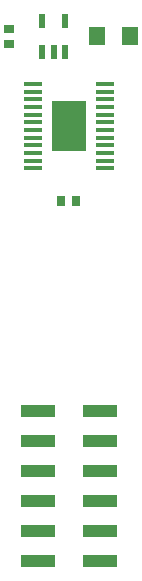
<source format=gbr>
G04 EAGLE Gerber RS-274X export*
G75*
%MOMM*%
%FSLAX34Y34*%
%LPD*%
%INSolderpaste Top*%
%IPPOS*%
%AMOC8*
5,1,8,0,0,1.08239X$1,22.5*%
G01*
%ADD10R,0.550000X1.200000*%
%ADD11R,1.400000X1.600000*%
%ADD12R,0.900000X0.700000*%
%ADD13R,0.700000X0.900000*%
%ADD14R,3.000000X1.000000*%
%ADD15R,1.650000X0.400000*%
%ADD16R,3.000000X4.320000*%


D10*
X92100Y444199D03*
X101600Y444199D03*
X111100Y444199D03*
X111100Y470201D03*
X92100Y470201D03*
D11*
X166400Y457200D03*
X138400Y457200D03*
D12*
X63500Y450700D03*
X63500Y463700D03*
D13*
X120800Y317500D03*
X107800Y317500D03*
D14*
X88100Y63500D03*
X88100Y38100D03*
X88100Y12700D03*
X88100Y88900D03*
X88100Y114300D03*
X88100Y139700D03*
X140420Y63500D03*
X140420Y38100D03*
X140420Y12700D03*
X140420Y88900D03*
X140420Y114300D03*
X140420Y139700D03*
D15*
X83800Y345250D03*
X83800Y351750D03*
X83800Y358250D03*
X83800Y371250D03*
X83800Y364750D03*
X83800Y377750D03*
X83800Y384250D03*
X83800Y390750D03*
X83800Y397250D03*
X83800Y403750D03*
X144800Y345250D03*
X144800Y351750D03*
X144800Y358250D03*
X144800Y364750D03*
X144800Y371250D03*
X144800Y377750D03*
X144800Y384250D03*
X144800Y390750D03*
X144800Y397250D03*
X144800Y403750D03*
X144800Y410250D03*
X144800Y416750D03*
X83800Y416750D03*
X83800Y410250D03*
D16*
X114300Y381000D03*
M02*

</source>
